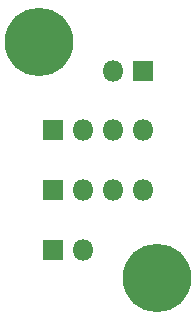
<source format=gbr>
G04 #@! TF.GenerationSoftware,KiCad,Pcbnew,5.99.0-unknown-103b0c1~100~ubuntu19.10.1*
G04 #@! TF.CreationDate,2020-03-22T12:14:24+01:00*
G04 #@! TF.ProjectId,LEDBoard_4x6_p20x5,4c454442-6f61-4726-945f-3478365f7032,v1.0.0*
G04 #@! TF.SameCoordinates,Original*
G04 #@! TF.FileFunction,Soldermask,Bot*
G04 #@! TF.FilePolarity,Negative*
%FSLAX46Y46*%
G04 Gerber Fmt 4.6, Leading zero omitted, Abs format (unit mm)*
G04 Created by KiCad (PCBNEW 5.99.0-unknown-103b0c1~100~ubuntu19.10.1) date 2020-03-22 12:14:24*
%MOMM*%
%LPD*%
G01*
G04 APERTURE LIST*
%ADD10O,1.800000X1.800000*%
%ADD11R,1.800000X1.800000*%
%ADD12C,5.800000*%
G04 APERTURE END LIST*
D10*
X101270000Y-92500000D03*
D11*
X103810000Y-92500000D03*
D10*
X98730000Y-107620000D03*
D11*
X96190000Y-107620000D03*
D10*
X103810000Y-102500000D03*
X101270000Y-102500000D03*
X98730000Y-102500000D03*
D11*
X96190000Y-102500000D03*
D10*
X103810000Y-97500000D03*
X101270000Y-97500000D03*
X98730000Y-97500000D03*
D11*
X96190000Y-97500000D03*
D12*
X105000000Y-110000000D03*
X95000000Y-90000000D03*
M02*

</source>
